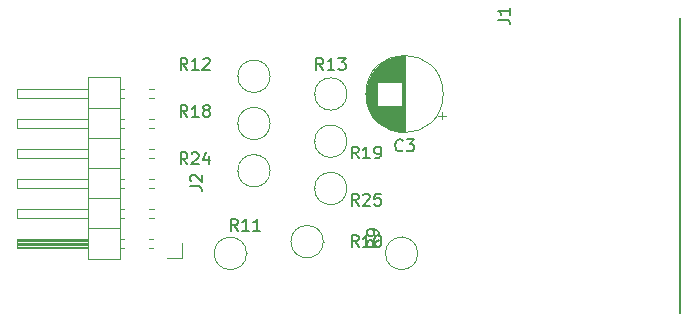
<source format=gbr>
G04 #@! TF.GenerationSoftware,KiCad,Pcbnew,5.0.2+dfsg1-1~bpo9+1*
G04 #@! TF.CreationDate,2021-09-12T12:59:09+02:00*
G04 #@! TF.ProjectId,VGA222-PMOD,56474132-3232-42d5-904d-4f442e6b6963,rev?*
G04 #@! TF.SameCoordinates,Original*
G04 #@! TF.FileFunction,Legend,Top*
G04 #@! TF.FilePolarity,Positive*
%FSLAX46Y46*%
G04 Gerber Fmt 4.6, Leading zero omitted, Abs format (unit mm)*
G04 Created by KiCad (PCBNEW 5.0.2+dfsg1-1~bpo9+1) date Sun Sep 12 12:59:09 2021*
%MOMM*%
%LPD*%
G01*
G04 APERTURE LIST*
%ADD10C,0.120000*%
%ADD11C,0.150000*%
G04 APERTURE END LIST*
D10*
G04 #@! TO.C,C3*
X130020000Y-53500000D02*
G75*
G03X130020000Y-53500000I-3270000J0D01*
G01*
X126750000Y-56730000D02*
X126750000Y-50270000D01*
X126710000Y-56730000D02*
X126710000Y-50270000D01*
X126670000Y-56730000D02*
X126670000Y-50270000D01*
X126630000Y-56728000D02*
X126630000Y-50272000D01*
X126590000Y-56727000D02*
X126590000Y-50273000D01*
X126550000Y-56724000D02*
X126550000Y-50276000D01*
X126510000Y-56722000D02*
X126510000Y-54540000D01*
X126510000Y-52460000D02*
X126510000Y-50278000D01*
X126470000Y-56718000D02*
X126470000Y-54540000D01*
X126470000Y-52460000D02*
X126470000Y-50282000D01*
X126430000Y-56715000D02*
X126430000Y-54540000D01*
X126430000Y-52460000D02*
X126430000Y-50285000D01*
X126390000Y-56711000D02*
X126390000Y-54540000D01*
X126390000Y-52460000D02*
X126390000Y-50289000D01*
X126350000Y-56706000D02*
X126350000Y-54540000D01*
X126350000Y-52460000D02*
X126350000Y-50294000D01*
X126310000Y-56701000D02*
X126310000Y-54540000D01*
X126310000Y-52460000D02*
X126310000Y-50299000D01*
X126270000Y-56695000D02*
X126270000Y-54540000D01*
X126270000Y-52460000D02*
X126270000Y-50305000D01*
X126230000Y-56689000D02*
X126230000Y-54540000D01*
X126230000Y-52460000D02*
X126230000Y-50311000D01*
X126190000Y-56682000D02*
X126190000Y-54540000D01*
X126190000Y-52460000D02*
X126190000Y-50318000D01*
X126150000Y-56675000D02*
X126150000Y-54540000D01*
X126150000Y-52460000D02*
X126150000Y-50325000D01*
X126110000Y-56667000D02*
X126110000Y-54540000D01*
X126110000Y-52460000D02*
X126110000Y-50333000D01*
X126070000Y-56659000D02*
X126070000Y-54540000D01*
X126070000Y-52460000D02*
X126070000Y-50341000D01*
X126029000Y-56650000D02*
X126029000Y-54540000D01*
X126029000Y-52460000D02*
X126029000Y-50350000D01*
X125989000Y-56641000D02*
X125989000Y-54540000D01*
X125989000Y-52460000D02*
X125989000Y-50359000D01*
X125949000Y-56631000D02*
X125949000Y-54540000D01*
X125949000Y-52460000D02*
X125949000Y-50369000D01*
X125909000Y-56621000D02*
X125909000Y-54540000D01*
X125909000Y-52460000D02*
X125909000Y-50379000D01*
X125869000Y-56610000D02*
X125869000Y-54540000D01*
X125869000Y-52460000D02*
X125869000Y-50390000D01*
X125829000Y-56598000D02*
X125829000Y-54540000D01*
X125829000Y-52460000D02*
X125829000Y-50402000D01*
X125789000Y-56586000D02*
X125789000Y-54540000D01*
X125789000Y-52460000D02*
X125789000Y-50414000D01*
X125749000Y-56574000D02*
X125749000Y-54540000D01*
X125749000Y-52460000D02*
X125749000Y-50426000D01*
X125709000Y-56561000D02*
X125709000Y-54540000D01*
X125709000Y-52460000D02*
X125709000Y-50439000D01*
X125669000Y-56547000D02*
X125669000Y-54540000D01*
X125669000Y-52460000D02*
X125669000Y-50453000D01*
X125629000Y-56533000D02*
X125629000Y-54540000D01*
X125629000Y-52460000D02*
X125629000Y-50467000D01*
X125589000Y-56518000D02*
X125589000Y-54540000D01*
X125589000Y-52460000D02*
X125589000Y-50482000D01*
X125549000Y-56502000D02*
X125549000Y-54540000D01*
X125549000Y-52460000D02*
X125549000Y-50498000D01*
X125509000Y-56486000D02*
X125509000Y-54540000D01*
X125509000Y-52460000D02*
X125509000Y-50514000D01*
X125469000Y-56470000D02*
X125469000Y-54540000D01*
X125469000Y-52460000D02*
X125469000Y-50530000D01*
X125429000Y-56452000D02*
X125429000Y-54540000D01*
X125429000Y-52460000D02*
X125429000Y-50548000D01*
X125389000Y-56434000D02*
X125389000Y-54540000D01*
X125389000Y-52460000D02*
X125389000Y-50566000D01*
X125349000Y-56416000D02*
X125349000Y-54540000D01*
X125349000Y-52460000D02*
X125349000Y-50584000D01*
X125309000Y-56396000D02*
X125309000Y-54540000D01*
X125309000Y-52460000D02*
X125309000Y-50604000D01*
X125269000Y-56376000D02*
X125269000Y-54540000D01*
X125269000Y-52460000D02*
X125269000Y-50624000D01*
X125229000Y-56356000D02*
X125229000Y-54540000D01*
X125229000Y-52460000D02*
X125229000Y-50644000D01*
X125189000Y-56334000D02*
X125189000Y-54540000D01*
X125189000Y-52460000D02*
X125189000Y-50666000D01*
X125149000Y-56312000D02*
X125149000Y-54540000D01*
X125149000Y-52460000D02*
X125149000Y-50688000D01*
X125109000Y-56290000D02*
X125109000Y-54540000D01*
X125109000Y-52460000D02*
X125109000Y-50710000D01*
X125069000Y-56266000D02*
X125069000Y-54540000D01*
X125069000Y-52460000D02*
X125069000Y-50734000D01*
X125029000Y-56242000D02*
X125029000Y-54540000D01*
X125029000Y-52460000D02*
X125029000Y-50758000D01*
X124989000Y-56216000D02*
X124989000Y-54540000D01*
X124989000Y-52460000D02*
X124989000Y-50784000D01*
X124949000Y-56190000D02*
X124949000Y-54540000D01*
X124949000Y-52460000D02*
X124949000Y-50810000D01*
X124909000Y-56164000D02*
X124909000Y-54540000D01*
X124909000Y-52460000D02*
X124909000Y-50836000D01*
X124869000Y-56136000D02*
X124869000Y-54540000D01*
X124869000Y-52460000D02*
X124869000Y-50864000D01*
X124829000Y-56107000D02*
X124829000Y-54540000D01*
X124829000Y-52460000D02*
X124829000Y-50893000D01*
X124789000Y-56078000D02*
X124789000Y-54540000D01*
X124789000Y-52460000D02*
X124789000Y-50922000D01*
X124749000Y-56048000D02*
X124749000Y-54540000D01*
X124749000Y-52460000D02*
X124749000Y-50952000D01*
X124709000Y-56016000D02*
X124709000Y-54540000D01*
X124709000Y-52460000D02*
X124709000Y-50984000D01*
X124669000Y-55984000D02*
X124669000Y-54540000D01*
X124669000Y-52460000D02*
X124669000Y-51016000D01*
X124629000Y-55950000D02*
X124629000Y-54540000D01*
X124629000Y-52460000D02*
X124629000Y-51050000D01*
X124589000Y-55916000D02*
X124589000Y-54540000D01*
X124589000Y-52460000D02*
X124589000Y-51084000D01*
X124549000Y-55880000D02*
X124549000Y-54540000D01*
X124549000Y-52460000D02*
X124549000Y-51120000D01*
X124509000Y-55843000D02*
X124509000Y-54540000D01*
X124509000Y-52460000D02*
X124509000Y-51157000D01*
X124469000Y-55805000D02*
X124469000Y-54540000D01*
X124469000Y-52460000D02*
X124469000Y-51195000D01*
X124429000Y-55765000D02*
X124429000Y-51235000D01*
X124389000Y-55724000D02*
X124389000Y-51276000D01*
X124349000Y-55682000D02*
X124349000Y-51318000D01*
X124309000Y-55637000D02*
X124309000Y-51363000D01*
X124269000Y-55592000D02*
X124269000Y-51408000D01*
X124229000Y-55544000D02*
X124229000Y-51456000D01*
X124189000Y-55495000D02*
X124189000Y-51505000D01*
X124149000Y-55444000D02*
X124149000Y-51556000D01*
X124109000Y-55390000D02*
X124109000Y-51610000D01*
X124069000Y-55334000D02*
X124069000Y-51666000D01*
X124029000Y-55276000D02*
X124029000Y-51724000D01*
X123989000Y-55214000D02*
X123989000Y-51786000D01*
X123949000Y-55150000D02*
X123949000Y-51850000D01*
X123909000Y-55081000D02*
X123909000Y-51919000D01*
X123869000Y-55009000D02*
X123869000Y-51991000D01*
X123829000Y-54932000D02*
X123829000Y-52068000D01*
X123789000Y-54850000D02*
X123789000Y-52150000D01*
X123749000Y-54762000D02*
X123749000Y-52238000D01*
X123709000Y-54665000D02*
X123709000Y-52335000D01*
X123669000Y-54559000D02*
X123669000Y-52441000D01*
X123629000Y-54440000D02*
X123629000Y-52560000D01*
X123589000Y-54302000D02*
X123589000Y-52698000D01*
X123549000Y-54133000D02*
X123549000Y-52867000D01*
X123509000Y-53902000D02*
X123509000Y-53098000D01*
X130250241Y-55339000D02*
X129620241Y-55339000D01*
X129935241Y-55654000D02*
X129935241Y-55024000D01*
G04 #@! TO.C,R25*
X121870000Y-61500000D02*
G75*
G03X121870000Y-61500000I-1370000J0D01*
G01*
X119130000Y-61500000D02*
X119060000Y-61500000D01*
G04 #@! TO.C,R24*
X112630000Y-60000000D02*
X112560000Y-60000000D01*
X115370000Y-60000000D02*
G75*
G03X115370000Y-60000000I-1370000J0D01*
G01*
G04 #@! TO.C,R19*
X121870000Y-57500000D02*
G75*
G03X121870000Y-57500000I-1370000J0D01*
G01*
X119130000Y-57500000D02*
X119060000Y-57500000D01*
G04 #@! TO.C,R18*
X112630000Y-56000000D02*
X112560000Y-56000000D01*
X115370000Y-56000000D02*
G75*
G03X115370000Y-56000000I-1370000J0D01*
G01*
G04 #@! TO.C,R13*
X121870000Y-53500000D02*
G75*
G03X121870000Y-53500000I-1370000J0D01*
G01*
X119130000Y-53500000D02*
X119060000Y-53500000D01*
G04 #@! TO.C,R12*
X112630000Y-52000000D02*
X112560000Y-52000000D01*
X115370000Y-52000000D02*
G75*
G03X115370000Y-52000000I-1370000J0D01*
G01*
G04 #@! TO.C,R9*
X127870000Y-67000000D02*
G75*
G03X127870000Y-67000000I-1370000J0D01*
G01*
X126500000Y-65630000D02*
X126500000Y-65560000D01*
G04 #@! TO.C,R11*
X113370000Y-67000000D02*
X113440000Y-67000000D01*
X113370000Y-67000000D02*
G75*
G03X113370000Y-67000000I-1370000J0D01*
G01*
G04 #@! TO.C,R10*
X119870000Y-66000000D02*
G75*
G03X119870000Y-66000000I-1370000J0D01*
G01*
X119870000Y-66000000D02*
X119940000Y-66000000D01*
D11*
G04 #@! TO.C,J1*
X150030000Y-72080000D02*
X150030000Y-47080000D01*
D10*
G04 #@! TO.C,J2*
X102624000Y-67459000D02*
X102624000Y-52099000D01*
X102624000Y-52099000D02*
X99964000Y-52099000D01*
X99964000Y-52099000D02*
X99964000Y-67459000D01*
X99964000Y-67459000D02*
X102624000Y-67459000D01*
X99964000Y-66509000D02*
X93964000Y-66509000D01*
X93964000Y-66509000D02*
X93964000Y-65749000D01*
X93964000Y-65749000D02*
X99964000Y-65749000D01*
X99964000Y-66449000D02*
X93964000Y-66449000D01*
X99964000Y-66329000D02*
X93964000Y-66329000D01*
X99964000Y-66209000D02*
X93964000Y-66209000D01*
X99964000Y-66089000D02*
X93964000Y-66089000D01*
X99964000Y-65969000D02*
X93964000Y-65969000D01*
X99964000Y-65849000D02*
X93964000Y-65849000D01*
X103021071Y-66509000D02*
X102624000Y-66509000D01*
X103021071Y-65749000D02*
X102624000Y-65749000D01*
X105494000Y-66509000D02*
X105106929Y-66509000D01*
X105494000Y-65749000D02*
X105106929Y-65749000D01*
X102624000Y-64859000D02*
X99964000Y-64859000D01*
X99964000Y-63969000D02*
X93964000Y-63969000D01*
X93964000Y-63969000D02*
X93964000Y-63209000D01*
X93964000Y-63209000D02*
X99964000Y-63209000D01*
X103021071Y-63969000D02*
X102624000Y-63969000D01*
X103021071Y-63209000D02*
X102624000Y-63209000D01*
X105561071Y-63969000D02*
X105106929Y-63969000D01*
X105561071Y-63209000D02*
X105106929Y-63209000D01*
X102624000Y-62319000D02*
X99964000Y-62319000D01*
X99964000Y-61429000D02*
X93964000Y-61429000D01*
X93964000Y-61429000D02*
X93964000Y-60669000D01*
X93964000Y-60669000D02*
X99964000Y-60669000D01*
X103021071Y-61429000D02*
X102624000Y-61429000D01*
X103021071Y-60669000D02*
X102624000Y-60669000D01*
X105561071Y-61429000D02*
X105106929Y-61429000D01*
X105561071Y-60669000D02*
X105106929Y-60669000D01*
X102624000Y-59779000D02*
X99964000Y-59779000D01*
X99964000Y-58889000D02*
X93964000Y-58889000D01*
X93964000Y-58889000D02*
X93964000Y-58129000D01*
X93964000Y-58129000D02*
X99964000Y-58129000D01*
X103021071Y-58889000D02*
X102624000Y-58889000D01*
X103021071Y-58129000D02*
X102624000Y-58129000D01*
X105561071Y-58889000D02*
X105106929Y-58889000D01*
X105561071Y-58129000D02*
X105106929Y-58129000D01*
X102624000Y-57239000D02*
X99964000Y-57239000D01*
X99964000Y-56349000D02*
X93964000Y-56349000D01*
X93964000Y-56349000D02*
X93964000Y-55589000D01*
X93964000Y-55589000D02*
X99964000Y-55589000D01*
X103021071Y-56349000D02*
X102624000Y-56349000D01*
X103021071Y-55589000D02*
X102624000Y-55589000D01*
X105561071Y-56349000D02*
X105106929Y-56349000D01*
X105561071Y-55589000D02*
X105106929Y-55589000D01*
X102624000Y-54699000D02*
X99964000Y-54699000D01*
X99964000Y-53809000D02*
X93964000Y-53809000D01*
X93964000Y-53809000D02*
X93964000Y-53049000D01*
X93964000Y-53049000D02*
X99964000Y-53049000D01*
X103021071Y-53809000D02*
X102624000Y-53809000D01*
X103021071Y-53049000D02*
X102624000Y-53049000D01*
X105561071Y-53809000D02*
X105106929Y-53809000D01*
X105561071Y-53049000D02*
X105106929Y-53049000D01*
X107874000Y-66129000D02*
X107874000Y-67399000D01*
X107874000Y-67399000D02*
X106604000Y-67399000D01*
G04 #@! TO.C,C3*
D11*
X126583333Y-58257142D02*
X126535714Y-58304761D01*
X126392857Y-58352380D01*
X126297619Y-58352380D01*
X126154761Y-58304761D01*
X126059523Y-58209523D01*
X126011904Y-58114285D01*
X125964285Y-57923809D01*
X125964285Y-57780952D01*
X126011904Y-57590476D01*
X126059523Y-57495238D01*
X126154761Y-57400000D01*
X126297619Y-57352380D01*
X126392857Y-57352380D01*
X126535714Y-57400000D01*
X126583333Y-57447619D01*
X126916666Y-57352380D02*
X127535714Y-57352380D01*
X127202380Y-57733333D01*
X127345238Y-57733333D01*
X127440476Y-57780952D01*
X127488095Y-57828571D01*
X127535714Y-57923809D01*
X127535714Y-58161904D01*
X127488095Y-58257142D01*
X127440476Y-58304761D01*
X127345238Y-58352380D01*
X127059523Y-58352380D01*
X126964285Y-58304761D01*
X126916666Y-58257142D01*
G04 #@! TO.C,R25*
X122857142Y-62952380D02*
X122523809Y-62476190D01*
X122285714Y-62952380D02*
X122285714Y-61952380D01*
X122666666Y-61952380D01*
X122761904Y-62000000D01*
X122809523Y-62047619D01*
X122857142Y-62142857D01*
X122857142Y-62285714D01*
X122809523Y-62380952D01*
X122761904Y-62428571D01*
X122666666Y-62476190D01*
X122285714Y-62476190D01*
X123238095Y-62047619D02*
X123285714Y-62000000D01*
X123380952Y-61952380D01*
X123619047Y-61952380D01*
X123714285Y-62000000D01*
X123761904Y-62047619D01*
X123809523Y-62142857D01*
X123809523Y-62238095D01*
X123761904Y-62380952D01*
X123190476Y-62952380D01*
X123809523Y-62952380D01*
X124714285Y-61952380D02*
X124238095Y-61952380D01*
X124190476Y-62428571D01*
X124238095Y-62380952D01*
X124333333Y-62333333D01*
X124571428Y-62333333D01*
X124666666Y-62380952D01*
X124714285Y-62428571D01*
X124761904Y-62523809D01*
X124761904Y-62761904D01*
X124714285Y-62857142D01*
X124666666Y-62904761D01*
X124571428Y-62952380D01*
X124333333Y-62952380D01*
X124238095Y-62904761D01*
X124190476Y-62857142D01*
G04 #@! TO.C,R24*
X108357142Y-59452380D02*
X108023809Y-58976190D01*
X107785714Y-59452380D02*
X107785714Y-58452380D01*
X108166666Y-58452380D01*
X108261904Y-58500000D01*
X108309523Y-58547619D01*
X108357142Y-58642857D01*
X108357142Y-58785714D01*
X108309523Y-58880952D01*
X108261904Y-58928571D01*
X108166666Y-58976190D01*
X107785714Y-58976190D01*
X108738095Y-58547619D02*
X108785714Y-58500000D01*
X108880952Y-58452380D01*
X109119047Y-58452380D01*
X109214285Y-58500000D01*
X109261904Y-58547619D01*
X109309523Y-58642857D01*
X109309523Y-58738095D01*
X109261904Y-58880952D01*
X108690476Y-59452380D01*
X109309523Y-59452380D01*
X110166666Y-58785714D02*
X110166666Y-59452380D01*
X109928571Y-58404761D02*
X109690476Y-59119047D01*
X110309523Y-59119047D01*
G04 #@! TO.C,R19*
X122857142Y-58952380D02*
X122523809Y-58476190D01*
X122285714Y-58952380D02*
X122285714Y-57952380D01*
X122666666Y-57952380D01*
X122761904Y-58000000D01*
X122809523Y-58047619D01*
X122857142Y-58142857D01*
X122857142Y-58285714D01*
X122809523Y-58380952D01*
X122761904Y-58428571D01*
X122666666Y-58476190D01*
X122285714Y-58476190D01*
X123809523Y-58952380D02*
X123238095Y-58952380D01*
X123523809Y-58952380D02*
X123523809Y-57952380D01*
X123428571Y-58095238D01*
X123333333Y-58190476D01*
X123238095Y-58238095D01*
X124285714Y-58952380D02*
X124476190Y-58952380D01*
X124571428Y-58904761D01*
X124619047Y-58857142D01*
X124714285Y-58714285D01*
X124761904Y-58523809D01*
X124761904Y-58142857D01*
X124714285Y-58047619D01*
X124666666Y-58000000D01*
X124571428Y-57952380D01*
X124380952Y-57952380D01*
X124285714Y-58000000D01*
X124238095Y-58047619D01*
X124190476Y-58142857D01*
X124190476Y-58380952D01*
X124238095Y-58476190D01*
X124285714Y-58523809D01*
X124380952Y-58571428D01*
X124571428Y-58571428D01*
X124666666Y-58523809D01*
X124714285Y-58476190D01*
X124761904Y-58380952D01*
G04 #@! TO.C,R18*
X108357142Y-55452380D02*
X108023809Y-54976190D01*
X107785714Y-55452380D02*
X107785714Y-54452380D01*
X108166666Y-54452380D01*
X108261904Y-54500000D01*
X108309523Y-54547619D01*
X108357142Y-54642857D01*
X108357142Y-54785714D01*
X108309523Y-54880952D01*
X108261904Y-54928571D01*
X108166666Y-54976190D01*
X107785714Y-54976190D01*
X109309523Y-55452380D02*
X108738095Y-55452380D01*
X109023809Y-55452380D02*
X109023809Y-54452380D01*
X108928571Y-54595238D01*
X108833333Y-54690476D01*
X108738095Y-54738095D01*
X109880952Y-54880952D02*
X109785714Y-54833333D01*
X109738095Y-54785714D01*
X109690476Y-54690476D01*
X109690476Y-54642857D01*
X109738095Y-54547619D01*
X109785714Y-54500000D01*
X109880952Y-54452380D01*
X110071428Y-54452380D01*
X110166666Y-54500000D01*
X110214285Y-54547619D01*
X110261904Y-54642857D01*
X110261904Y-54690476D01*
X110214285Y-54785714D01*
X110166666Y-54833333D01*
X110071428Y-54880952D01*
X109880952Y-54880952D01*
X109785714Y-54928571D01*
X109738095Y-54976190D01*
X109690476Y-55071428D01*
X109690476Y-55261904D01*
X109738095Y-55357142D01*
X109785714Y-55404761D01*
X109880952Y-55452380D01*
X110071428Y-55452380D01*
X110166666Y-55404761D01*
X110214285Y-55357142D01*
X110261904Y-55261904D01*
X110261904Y-55071428D01*
X110214285Y-54976190D01*
X110166666Y-54928571D01*
X110071428Y-54880952D01*
G04 #@! TO.C,R13*
X119857142Y-51452380D02*
X119523809Y-50976190D01*
X119285714Y-51452380D02*
X119285714Y-50452380D01*
X119666666Y-50452380D01*
X119761904Y-50500000D01*
X119809523Y-50547619D01*
X119857142Y-50642857D01*
X119857142Y-50785714D01*
X119809523Y-50880952D01*
X119761904Y-50928571D01*
X119666666Y-50976190D01*
X119285714Y-50976190D01*
X120809523Y-51452380D02*
X120238095Y-51452380D01*
X120523809Y-51452380D02*
X120523809Y-50452380D01*
X120428571Y-50595238D01*
X120333333Y-50690476D01*
X120238095Y-50738095D01*
X121142857Y-50452380D02*
X121761904Y-50452380D01*
X121428571Y-50833333D01*
X121571428Y-50833333D01*
X121666666Y-50880952D01*
X121714285Y-50928571D01*
X121761904Y-51023809D01*
X121761904Y-51261904D01*
X121714285Y-51357142D01*
X121666666Y-51404761D01*
X121571428Y-51452380D01*
X121285714Y-51452380D01*
X121190476Y-51404761D01*
X121142857Y-51357142D01*
G04 #@! TO.C,R12*
X108357142Y-51452380D02*
X108023809Y-50976190D01*
X107785714Y-51452380D02*
X107785714Y-50452380D01*
X108166666Y-50452380D01*
X108261904Y-50500000D01*
X108309523Y-50547619D01*
X108357142Y-50642857D01*
X108357142Y-50785714D01*
X108309523Y-50880952D01*
X108261904Y-50928571D01*
X108166666Y-50976190D01*
X107785714Y-50976190D01*
X109309523Y-51452380D02*
X108738095Y-51452380D01*
X109023809Y-51452380D02*
X109023809Y-50452380D01*
X108928571Y-50595238D01*
X108833333Y-50690476D01*
X108738095Y-50738095D01*
X109690476Y-50547619D02*
X109738095Y-50500000D01*
X109833333Y-50452380D01*
X110071428Y-50452380D01*
X110166666Y-50500000D01*
X110214285Y-50547619D01*
X110261904Y-50642857D01*
X110261904Y-50738095D01*
X110214285Y-50880952D01*
X109642857Y-51452380D01*
X110261904Y-51452380D01*
G04 #@! TO.C,R9*
X124582380Y-65896666D02*
X124106190Y-66230000D01*
X124582380Y-66468095D02*
X123582380Y-66468095D01*
X123582380Y-66087142D01*
X123630000Y-65991904D01*
X123677619Y-65944285D01*
X123772857Y-65896666D01*
X123915714Y-65896666D01*
X124010952Y-65944285D01*
X124058571Y-65991904D01*
X124106190Y-66087142D01*
X124106190Y-66468095D01*
X124582380Y-65420476D02*
X124582380Y-65230000D01*
X124534761Y-65134761D01*
X124487142Y-65087142D01*
X124344285Y-64991904D01*
X124153809Y-64944285D01*
X123772857Y-64944285D01*
X123677619Y-64991904D01*
X123630000Y-65039523D01*
X123582380Y-65134761D01*
X123582380Y-65325238D01*
X123630000Y-65420476D01*
X123677619Y-65468095D01*
X123772857Y-65515714D01*
X124010952Y-65515714D01*
X124106190Y-65468095D01*
X124153809Y-65420476D01*
X124201428Y-65325238D01*
X124201428Y-65134761D01*
X124153809Y-65039523D01*
X124106190Y-64991904D01*
X124010952Y-64944285D01*
G04 #@! TO.C,R11*
X112627142Y-65082380D02*
X112293809Y-64606190D01*
X112055714Y-65082380D02*
X112055714Y-64082380D01*
X112436666Y-64082380D01*
X112531904Y-64130000D01*
X112579523Y-64177619D01*
X112627142Y-64272857D01*
X112627142Y-64415714D01*
X112579523Y-64510952D01*
X112531904Y-64558571D01*
X112436666Y-64606190D01*
X112055714Y-64606190D01*
X113579523Y-65082380D02*
X113008095Y-65082380D01*
X113293809Y-65082380D02*
X113293809Y-64082380D01*
X113198571Y-64225238D01*
X113103333Y-64320476D01*
X113008095Y-64368095D01*
X114531904Y-65082380D02*
X113960476Y-65082380D01*
X114246190Y-65082380D02*
X114246190Y-64082380D01*
X114150952Y-64225238D01*
X114055714Y-64320476D01*
X113960476Y-64368095D01*
G04 #@! TO.C,R10*
X122857142Y-66452380D02*
X122523809Y-65976190D01*
X122285714Y-66452380D02*
X122285714Y-65452380D01*
X122666666Y-65452380D01*
X122761904Y-65500000D01*
X122809523Y-65547619D01*
X122857142Y-65642857D01*
X122857142Y-65785714D01*
X122809523Y-65880952D01*
X122761904Y-65928571D01*
X122666666Y-65976190D01*
X122285714Y-65976190D01*
X123809523Y-66452380D02*
X123238095Y-66452380D01*
X123523809Y-66452380D02*
X123523809Y-65452380D01*
X123428571Y-65595238D01*
X123333333Y-65690476D01*
X123238095Y-65738095D01*
X124428571Y-65452380D02*
X124523809Y-65452380D01*
X124619047Y-65500000D01*
X124666666Y-65547619D01*
X124714285Y-65642857D01*
X124761904Y-65833333D01*
X124761904Y-66071428D01*
X124714285Y-66261904D01*
X124666666Y-66357142D01*
X124619047Y-66404761D01*
X124523809Y-66452380D01*
X124428571Y-66452380D01*
X124333333Y-66404761D01*
X124285714Y-66357142D01*
X124238095Y-66261904D01*
X124190476Y-66071428D01*
X124190476Y-65833333D01*
X124238095Y-65642857D01*
X124285714Y-65547619D01*
X124333333Y-65500000D01*
X124428571Y-65452380D01*
G04 #@! TO.C,J1*
X134652380Y-47213333D02*
X135366666Y-47213333D01*
X135509523Y-47260952D01*
X135604761Y-47356190D01*
X135652380Y-47499047D01*
X135652380Y-47594285D01*
X135652380Y-46213333D02*
X135652380Y-46784761D01*
X135652380Y-46499047D02*
X134652380Y-46499047D01*
X134795238Y-46594285D01*
X134890476Y-46689523D01*
X134938095Y-46784761D01*
G04 #@! TO.C,J2*
X108596380Y-61333333D02*
X109310666Y-61333333D01*
X109453523Y-61380952D01*
X109548761Y-61476190D01*
X109596380Y-61619047D01*
X109596380Y-61714285D01*
X108691619Y-60904761D02*
X108644000Y-60857142D01*
X108596380Y-60761904D01*
X108596380Y-60523809D01*
X108644000Y-60428571D01*
X108691619Y-60380952D01*
X108786857Y-60333333D01*
X108882095Y-60333333D01*
X109024952Y-60380952D01*
X109596380Y-60952380D01*
X109596380Y-60333333D01*
G04 #@! TD*
M02*

</source>
